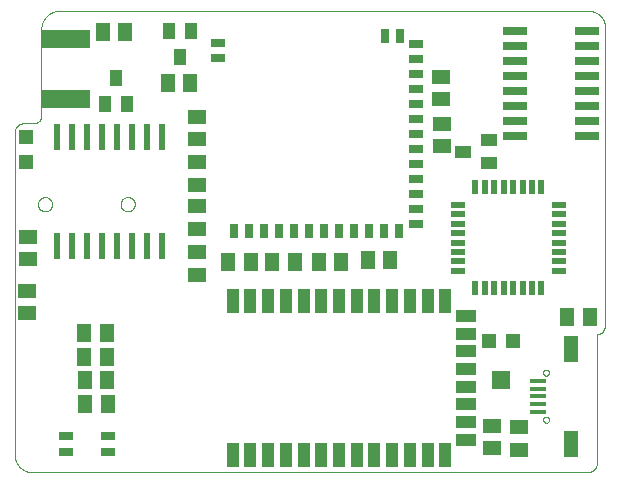
<source format=gbp>
G75*
%MOIN*%
%OFA0B0*%
%FSLAX25Y25*%
%IPPOS*%
%LPD*%
%AMOC8*
5,1,8,0,0,1.08239X$1,22.5*
%
%ADD10C,0.00000*%
%ADD11R,0.04724X0.02756*%
%ADD12R,0.16000X0.06000*%
%ADD13R,0.08000X0.02600*%
%ADD14R,0.05906X0.05118*%
%ADD15R,0.05118X0.05906*%
%ADD16R,0.02200X0.05000*%
%ADD17R,0.05000X0.02200*%
%ADD18R,0.05512X0.03937*%
%ADD19R,0.03937X0.05512*%
%ADD20R,0.05906X0.06299*%
%ADD21R,0.04724X0.04724*%
%ADD22R,0.05512X0.01575*%
%ADD23R,0.05000X0.08661*%
%ADD24R,0.02362X0.08661*%
%ADD25R,0.05000X0.02500*%
%ADD26R,0.03937X0.07874*%
%ADD27R,0.07087X0.03937*%
%ADD28R,0.02500X0.05000*%
D10*
X0011565Y0006895D02*
X0011565Y0114484D01*
X0011567Y0114588D01*
X0011573Y0114692D01*
X0011582Y0114796D01*
X0011595Y0114900D01*
X0011612Y0115002D01*
X0011633Y0115105D01*
X0011658Y0115206D01*
X0011686Y0115306D01*
X0011718Y0115406D01*
X0011753Y0115504D01*
X0011792Y0115600D01*
X0011835Y0115695D01*
X0011881Y0115789D01*
X0011930Y0115881D01*
X0011983Y0115971D01*
X0012039Y0116059D01*
X0012098Y0116145D01*
X0012160Y0116228D01*
X0012225Y0116310D01*
X0012293Y0116389D01*
X0012364Y0116465D01*
X0012438Y0116539D01*
X0012514Y0116610D01*
X0012593Y0116678D01*
X0012675Y0116743D01*
X0012758Y0116805D01*
X0012844Y0116864D01*
X0012932Y0116920D01*
X0013022Y0116973D01*
X0013114Y0117022D01*
X0013208Y0117068D01*
X0013303Y0117111D01*
X0013399Y0117150D01*
X0013497Y0117185D01*
X0013597Y0117217D01*
X0013697Y0117245D01*
X0013798Y0117270D01*
X0013901Y0117291D01*
X0014003Y0117308D01*
X0014107Y0117321D01*
X0014211Y0117330D01*
X0014315Y0117336D01*
X0014419Y0117338D01*
X0014419Y0117339D02*
X0017769Y0117339D01*
X0017871Y0117341D01*
X0017972Y0117347D01*
X0018073Y0117357D01*
X0018174Y0117370D01*
X0018274Y0117388D01*
X0018374Y0117409D01*
X0018472Y0117434D01*
X0018570Y0117463D01*
X0018666Y0117495D01*
X0018761Y0117531D01*
X0018855Y0117571D01*
X0018947Y0117615D01*
X0019037Y0117661D01*
X0019125Y0117712D01*
X0019212Y0117765D01*
X0019296Y0117822D01*
X0019378Y0117882D01*
X0019458Y0117945D01*
X0019535Y0118012D01*
X0019609Y0118081D01*
X0019681Y0118153D01*
X0019750Y0118227D01*
X0019817Y0118304D01*
X0019880Y0118384D01*
X0019940Y0118466D01*
X0019997Y0118550D01*
X0020050Y0118637D01*
X0020101Y0118725D01*
X0020147Y0118815D01*
X0020191Y0118907D01*
X0020231Y0119001D01*
X0020267Y0119096D01*
X0020299Y0119192D01*
X0020328Y0119290D01*
X0020353Y0119388D01*
X0020374Y0119488D01*
X0020392Y0119588D01*
X0020405Y0119689D01*
X0020415Y0119790D01*
X0020421Y0119891D01*
X0020423Y0119993D01*
X0020423Y0148826D01*
X0020424Y0148826D02*
X0020426Y0148979D01*
X0020432Y0149132D01*
X0020441Y0149284D01*
X0020455Y0149436D01*
X0020472Y0149588D01*
X0020494Y0149739D01*
X0020519Y0149890D01*
X0020547Y0150040D01*
X0020580Y0150190D01*
X0020617Y0150338D01*
X0020657Y0150485D01*
X0020701Y0150632D01*
X0020748Y0150777D01*
X0020799Y0150921D01*
X0020854Y0151064D01*
X0020913Y0151205D01*
X0020975Y0151344D01*
X0021040Y0151482D01*
X0021109Y0151619D01*
X0021182Y0151753D01*
X0021258Y0151886D01*
X0021337Y0152017D01*
X0021419Y0152145D01*
X0021505Y0152272D01*
X0021594Y0152396D01*
X0021686Y0152518D01*
X0021781Y0152638D01*
X0021879Y0152755D01*
X0021980Y0152870D01*
X0022084Y0152982D01*
X0022191Y0153091D01*
X0022300Y0153198D01*
X0022412Y0153302D01*
X0022527Y0153403D01*
X0022644Y0153501D01*
X0022764Y0153596D01*
X0022886Y0153688D01*
X0023010Y0153777D01*
X0023137Y0153863D01*
X0023265Y0153945D01*
X0023396Y0154024D01*
X0023529Y0154100D01*
X0023663Y0154173D01*
X0023800Y0154242D01*
X0023938Y0154307D01*
X0024077Y0154369D01*
X0024218Y0154428D01*
X0024361Y0154483D01*
X0024505Y0154534D01*
X0024650Y0154581D01*
X0024797Y0154625D01*
X0024944Y0154665D01*
X0025092Y0154702D01*
X0025242Y0154735D01*
X0025392Y0154763D01*
X0025543Y0154788D01*
X0025694Y0154810D01*
X0025846Y0154827D01*
X0025998Y0154841D01*
X0026150Y0154850D01*
X0026303Y0154856D01*
X0026456Y0154858D01*
X0202791Y0154858D01*
X0202791Y0154859D02*
X0202938Y0154857D01*
X0203085Y0154851D01*
X0203232Y0154842D01*
X0203379Y0154828D01*
X0203525Y0154811D01*
X0203671Y0154790D01*
X0203816Y0154765D01*
X0203961Y0154736D01*
X0204104Y0154704D01*
X0204247Y0154667D01*
X0204389Y0154627D01*
X0204529Y0154584D01*
X0204669Y0154536D01*
X0204807Y0154485D01*
X0204944Y0154431D01*
X0205079Y0154373D01*
X0205213Y0154311D01*
X0205345Y0154246D01*
X0205475Y0154177D01*
X0205604Y0154105D01*
X0205730Y0154030D01*
X0205855Y0153952D01*
X0205977Y0153870D01*
X0206097Y0153785D01*
X0206215Y0153697D01*
X0206331Y0153605D01*
X0206444Y0153511D01*
X0206555Y0153414D01*
X0206663Y0153314D01*
X0206768Y0153211D01*
X0206871Y0153106D01*
X0206971Y0152998D01*
X0207068Y0152887D01*
X0207162Y0152774D01*
X0207254Y0152658D01*
X0207342Y0152540D01*
X0207427Y0152420D01*
X0207509Y0152298D01*
X0207587Y0152173D01*
X0207662Y0152047D01*
X0207734Y0151918D01*
X0207803Y0151788D01*
X0207868Y0151656D01*
X0207930Y0151522D01*
X0207988Y0151387D01*
X0208042Y0151250D01*
X0208093Y0151112D01*
X0208141Y0150972D01*
X0208184Y0150832D01*
X0208224Y0150690D01*
X0208261Y0150547D01*
X0208293Y0150404D01*
X0208322Y0150259D01*
X0208347Y0150114D01*
X0208368Y0149968D01*
X0208385Y0149822D01*
X0208399Y0149675D01*
X0208408Y0149528D01*
X0208414Y0149381D01*
X0208416Y0149234D01*
X0208415Y0149234D02*
X0208223Y0049784D01*
X0208224Y0049784D02*
X0208222Y0049681D01*
X0208216Y0049578D01*
X0208206Y0049476D01*
X0208192Y0049374D01*
X0208175Y0049272D01*
X0208153Y0049172D01*
X0208128Y0049072D01*
X0208099Y0048973D01*
X0208066Y0048876D01*
X0208030Y0048779D01*
X0207990Y0048684D01*
X0207947Y0048591D01*
X0207900Y0048499D01*
X0207850Y0048410D01*
X0207796Y0048322D01*
X0207739Y0048236D01*
X0207679Y0048152D01*
X0207616Y0048071D01*
X0207549Y0047992D01*
X0207480Y0047916D01*
X0207408Y0047843D01*
X0207333Y0047772D01*
X0207256Y0047704D01*
X0207176Y0047639D01*
X0207094Y0047577D01*
X0207010Y0047518D01*
X0206923Y0047463D01*
X0206834Y0047410D01*
X0206744Y0047362D01*
X0206651Y0047316D01*
X0206557Y0047274D01*
X0206462Y0047236D01*
X0206365Y0047201D01*
X0206267Y0047170D01*
X0206167Y0047143D01*
X0206067Y0047119D01*
X0205966Y0047099D01*
X0205865Y0047084D01*
X0205762Y0047071D01*
X0205660Y0047063D01*
X0205659Y0047063D02*
X0205659Y0004345D01*
X0205657Y0004231D01*
X0205651Y0004117D01*
X0205641Y0004003D01*
X0205628Y0003890D01*
X0205610Y0003777D01*
X0205589Y0003664D01*
X0205564Y0003553D01*
X0205535Y0003443D01*
X0205502Y0003333D01*
X0205466Y0003225D01*
X0205426Y0003118D01*
X0205382Y0003012D01*
X0205335Y0002908D01*
X0205284Y0002806D01*
X0205230Y0002706D01*
X0205172Y0002607D01*
X0205111Y0002510D01*
X0205047Y0002416D01*
X0204979Y0002324D01*
X0204909Y0002234D01*
X0204835Y0002147D01*
X0204759Y0002062D01*
X0204679Y0001980D01*
X0204597Y0001900D01*
X0204512Y0001824D01*
X0204425Y0001750D01*
X0204335Y0001680D01*
X0204243Y0001612D01*
X0204149Y0001548D01*
X0204052Y0001487D01*
X0203953Y0001429D01*
X0203853Y0001375D01*
X0203751Y0001324D01*
X0203647Y0001277D01*
X0203541Y0001233D01*
X0203434Y0001193D01*
X0203326Y0001157D01*
X0203216Y0001124D01*
X0203106Y0001095D01*
X0202995Y0001070D01*
X0202882Y0001049D01*
X0202769Y0001031D01*
X0202656Y0001018D01*
X0202542Y0001008D01*
X0202428Y0001002D01*
X0202314Y0001000D01*
X0017470Y0001000D01*
X0017319Y0001002D01*
X0017167Y0001008D01*
X0017015Y0001017D01*
X0016864Y0001031D01*
X0016713Y0001048D01*
X0016562Y0001069D01*
X0016413Y0001095D01*
X0016263Y0001124D01*
X0016115Y0001156D01*
X0015968Y0001193D01*
X0015821Y0001234D01*
X0015676Y0001278D01*
X0015532Y0001326D01*
X0015389Y0001377D01*
X0015247Y0001433D01*
X0015107Y0001492D01*
X0014969Y0001554D01*
X0014832Y0001620D01*
X0014697Y0001690D01*
X0014564Y0001763D01*
X0014432Y0001839D01*
X0014303Y0001919D01*
X0014176Y0002002D01*
X0014051Y0002088D01*
X0013928Y0002178D01*
X0013808Y0002270D01*
X0013690Y0002366D01*
X0013574Y0002465D01*
X0013461Y0002566D01*
X0013351Y0002671D01*
X0013244Y0002778D01*
X0013139Y0002888D01*
X0013037Y0003001D01*
X0012938Y0003116D01*
X0012842Y0003234D01*
X0012749Y0003354D01*
X0012659Y0003477D01*
X0012573Y0003602D01*
X0012490Y0003729D01*
X0012410Y0003858D01*
X0012333Y0003989D01*
X0012260Y0004122D01*
X0012190Y0004257D01*
X0012124Y0004394D01*
X0012061Y0004532D01*
X0012002Y0004672D01*
X0011946Y0004814D01*
X0011894Y0004956D01*
X0011846Y0005101D01*
X0011802Y0005246D01*
X0011761Y0005392D01*
X0011724Y0005540D01*
X0011691Y0005688D01*
X0011662Y0005837D01*
X0011636Y0005987D01*
X0011615Y0006137D01*
X0011597Y0006288D01*
X0011583Y0006439D01*
X0011573Y0006591D01*
X0011567Y0006743D01*
X0011565Y0006895D01*
X0019282Y0090409D02*
X0019284Y0090506D01*
X0019290Y0090603D01*
X0019300Y0090699D01*
X0019314Y0090795D01*
X0019332Y0090891D01*
X0019353Y0090985D01*
X0019379Y0091079D01*
X0019408Y0091171D01*
X0019442Y0091262D01*
X0019478Y0091352D01*
X0019519Y0091440D01*
X0019563Y0091526D01*
X0019611Y0091611D01*
X0019662Y0091693D01*
X0019716Y0091774D01*
X0019774Y0091852D01*
X0019835Y0091927D01*
X0019898Y0092000D01*
X0019965Y0092071D01*
X0020035Y0092138D01*
X0020107Y0092203D01*
X0020182Y0092264D01*
X0020260Y0092323D01*
X0020339Y0092378D01*
X0020421Y0092430D01*
X0020505Y0092478D01*
X0020591Y0092523D01*
X0020679Y0092565D01*
X0020768Y0092603D01*
X0020859Y0092637D01*
X0020951Y0092667D01*
X0021044Y0092694D01*
X0021139Y0092716D01*
X0021234Y0092735D01*
X0021330Y0092750D01*
X0021426Y0092761D01*
X0021523Y0092768D01*
X0021620Y0092771D01*
X0021717Y0092770D01*
X0021814Y0092765D01*
X0021910Y0092756D01*
X0022006Y0092743D01*
X0022102Y0092726D01*
X0022197Y0092705D01*
X0022290Y0092681D01*
X0022383Y0092652D01*
X0022475Y0092620D01*
X0022565Y0092584D01*
X0022653Y0092545D01*
X0022740Y0092501D01*
X0022825Y0092455D01*
X0022908Y0092404D01*
X0022989Y0092351D01*
X0023067Y0092294D01*
X0023144Y0092234D01*
X0023217Y0092171D01*
X0023288Y0092105D01*
X0023356Y0092036D01*
X0023422Y0091964D01*
X0023484Y0091890D01*
X0023543Y0091813D01*
X0023599Y0091734D01*
X0023652Y0091652D01*
X0023702Y0091569D01*
X0023747Y0091483D01*
X0023790Y0091396D01*
X0023829Y0091307D01*
X0023864Y0091217D01*
X0023895Y0091125D01*
X0023922Y0091032D01*
X0023946Y0090938D01*
X0023966Y0090843D01*
X0023982Y0090747D01*
X0023994Y0090651D01*
X0024002Y0090554D01*
X0024006Y0090457D01*
X0024006Y0090361D01*
X0024002Y0090264D01*
X0023994Y0090167D01*
X0023982Y0090071D01*
X0023966Y0089975D01*
X0023946Y0089880D01*
X0023922Y0089786D01*
X0023895Y0089693D01*
X0023864Y0089601D01*
X0023829Y0089511D01*
X0023790Y0089422D01*
X0023747Y0089335D01*
X0023702Y0089249D01*
X0023652Y0089166D01*
X0023599Y0089084D01*
X0023543Y0089005D01*
X0023484Y0088928D01*
X0023422Y0088854D01*
X0023356Y0088782D01*
X0023288Y0088713D01*
X0023217Y0088647D01*
X0023144Y0088584D01*
X0023067Y0088524D01*
X0022989Y0088467D01*
X0022908Y0088414D01*
X0022825Y0088363D01*
X0022740Y0088317D01*
X0022653Y0088273D01*
X0022565Y0088234D01*
X0022475Y0088198D01*
X0022383Y0088166D01*
X0022290Y0088137D01*
X0022197Y0088113D01*
X0022102Y0088092D01*
X0022006Y0088075D01*
X0021910Y0088062D01*
X0021814Y0088053D01*
X0021717Y0088048D01*
X0021620Y0088047D01*
X0021523Y0088050D01*
X0021426Y0088057D01*
X0021330Y0088068D01*
X0021234Y0088083D01*
X0021139Y0088102D01*
X0021044Y0088124D01*
X0020951Y0088151D01*
X0020859Y0088181D01*
X0020768Y0088215D01*
X0020679Y0088253D01*
X0020591Y0088295D01*
X0020505Y0088340D01*
X0020421Y0088388D01*
X0020339Y0088440D01*
X0020260Y0088495D01*
X0020182Y0088554D01*
X0020107Y0088615D01*
X0020035Y0088680D01*
X0019965Y0088747D01*
X0019898Y0088818D01*
X0019835Y0088891D01*
X0019774Y0088966D01*
X0019716Y0089044D01*
X0019662Y0089125D01*
X0019611Y0089207D01*
X0019563Y0089292D01*
X0019519Y0089378D01*
X0019478Y0089466D01*
X0019442Y0089556D01*
X0019408Y0089647D01*
X0019379Y0089739D01*
X0019353Y0089833D01*
X0019332Y0089927D01*
X0019314Y0090023D01*
X0019300Y0090119D01*
X0019290Y0090215D01*
X0019284Y0090312D01*
X0019282Y0090409D01*
X0046841Y0090409D02*
X0046843Y0090506D01*
X0046849Y0090603D01*
X0046859Y0090699D01*
X0046873Y0090795D01*
X0046891Y0090891D01*
X0046912Y0090985D01*
X0046938Y0091079D01*
X0046967Y0091171D01*
X0047001Y0091262D01*
X0047037Y0091352D01*
X0047078Y0091440D01*
X0047122Y0091526D01*
X0047170Y0091611D01*
X0047221Y0091693D01*
X0047275Y0091774D01*
X0047333Y0091852D01*
X0047394Y0091927D01*
X0047457Y0092000D01*
X0047524Y0092071D01*
X0047594Y0092138D01*
X0047666Y0092203D01*
X0047741Y0092264D01*
X0047819Y0092323D01*
X0047898Y0092378D01*
X0047980Y0092430D01*
X0048064Y0092478D01*
X0048150Y0092523D01*
X0048238Y0092565D01*
X0048327Y0092603D01*
X0048418Y0092637D01*
X0048510Y0092667D01*
X0048603Y0092694D01*
X0048698Y0092716D01*
X0048793Y0092735D01*
X0048889Y0092750D01*
X0048985Y0092761D01*
X0049082Y0092768D01*
X0049179Y0092771D01*
X0049276Y0092770D01*
X0049373Y0092765D01*
X0049469Y0092756D01*
X0049565Y0092743D01*
X0049661Y0092726D01*
X0049756Y0092705D01*
X0049849Y0092681D01*
X0049942Y0092652D01*
X0050034Y0092620D01*
X0050124Y0092584D01*
X0050212Y0092545D01*
X0050299Y0092501D01*
X0050384Y0092455D01*
X0050467Y0092404D01*
X0050548Y0092351D01*
X0050626Y0092294D01*
X0050703Y0092234D01*
X0050776Y0092171D01*
X0050847Y0092105D01*
X0050915Y0092036D01*
X0050981Y0091964D01*
X0051043Y0091890D01*
X0051102Y0091813D01*
X0051158Y0091734D01*
X0051211Y0091652D01*
X0051261Y0091569D01*
X0051306Y0091483D01*
X0051349Y0091396D01*
X0051388Y0091307D01*
X0051423Y0091217D01*
X0051454Y0091125D01*
X0051481Y0091032D01*
X0051505Y0090938D01*
X0051525Y0090843D01*
X0051541Y0090747D01*
X0051553Y0090651D01*
X0051561Y0090554D01*
X0051565Y0090457D01*
X0051565Y0090361D01*
X0051561Y0090264D01*
X0051553Y0090167D01*
X0051541Y0090071D01*
X0051525Y0089975D01*
X0051505Y0089880D01*
X0051481Y0089786D01*
X0051454Y0089693D01*
X0051423Y0089601D01*
X0051388Y0089511D01*
X0051349Y0089422D01*
X0051306Y0089335D01*
X0051261Y0089249D01*
X0051211Y0089166D01*
X0051158Y0089084D01*
X0051102Y0089005D01*
X0051043Y0088928D01*
X0050981Y0088854D01*
X0050915Y0088782D01*
X0050847Y0088713D01*
X0050776Y0088647D01*
X0050703Y0088584D01*
X0050626Y0088524D01*
X0050548Y0088467D01*
X0050467Y0088414D01*
X0050384Y0088363D01*
X0050299Y0088317D01*
X0050212Y0088273D01*
X0050124Y0088234D01*
X0050034Y0088198D01*
X0049942Y0088166D01*
X0049849Y0088137D01*
X0049756Y0088113D01*
X0049661Y0088092D01*
X0049565Y0088075D01*
X0049469Y0088062D01*
X0049373Y0088053D01*
X0049276Y0088048D01*
X0049179Y0088047D01*
X0049082Y0088050D01*
X0048985Y0088057D01*
X0048889Y0088068D01*
X0048793Y0088083D01*
X0048698Y0088102D01*
X0048603Y0088124D01*
X0048510Y0088151D01*
X0048418Y0088181D01*
X0048327Y0088215D01*
X0048238Y0088253D01*
X0048150Y0088295D01*
X0048064Y0088340D01*
X0047980Y0088388D01*
X0047898Y0088440D01*
X0047819Y0088495D01*
X0047741Y0088554D01*
X0047666Y0088615D01*
X0047594Y0088680D01*
X0047524Y0088747D01*
X0047457Y0088818D01*
X0047394Y0088891D01*
X0047333Y0088966D01*
X0047275Y0089044D01*
X0047221Y0089125D01*
X0047170Y0089207D01*
X0047122Y0089292D01*
X0047078Y0089378D01*
X0047037Y0089466D01*
X0047001Y0089556D01*
X0046967Y0089647D01*
X0046938Y0089739D01*
X0046912Y0089833D01*
X0046891Y0089927D01*
X0046873Y0090023D01*
X0046859Y0090119D01*
X0046849Y0090215D01*
X0046843Y0090312D01*
X0046841Y0090409D01*
X0187668Y0034268D02*
X0187670Y0034330D01*
X0187676Y0034393D01*
X0187686Y0034454D01*
X0187700Y0034515D01*
X0187717Y0034575D01*
X0187738Y0034634D01*
X0187764Y0034691D01*
X0187792Y0034746D01*
X0187824Y0034800D01*
X0187860Y0034851D01*
X0187898Y0034901D01*
X0187940Y0034947D01*
X0187984Y0034991D01*
X0188032Y0035032D01*
X0188081Y0035070D01*
X0188133Y0035104D01*
X0188187Y0035135D01*
X0188243Y0035163D01*
X0188301Y0035187D01*
X0188360Y0035208D01*
X0188420Y0035224D01*
X0188481Y0035237D01*
X0188543Y0035246D01*
X0188605Y0035251D01*
X0188668Y0035252D01*
X0188730Y0035249D01*
X0188792Y0035242D01*
X0188854Y0035231D01*
X0188914Y0035216D01*
X0188974Y0035198D01*
X0189032Y0035176D01*
X0189089Y0035150D01*
X0189144Y0035120D01*
X0189197Y0035087D01*
X0189248Y0035051D01*
X0189296Y0035012D01*
X0189342Y0034969D01*
X0189385Y0034924D01*
X0189425Y0034876D01*
X0189462Y0034826D01*
X0189496Y0034773D01*
X0189527Y0034719D01*
X0189553Y0034663D01*
X0189577Y0034605D01*
X0189596Y0034545D01*
X0189612Y0034485D01*
X0189624Y0034423D01*
X0189632Y0034362D01*
X0189636Y0034299D01*
X0189636Y0034237D01*
X0189632Y0034174D01*
X0189624Y0034113D01*
X0189612Y0034051D01*
X0189596Y0033991D01*
X0189577Y0033931D01*
X0189553Y0033873D01*
X0189527Y0033817D01*
X0189496Y0033763D01*
X0189462Y0033710D01*
X0189425Y0033660D01*
X0189385Y0033612D01*
X0189342Y0033567D01*
X0189296Y0033524D01*
X0189248Y0033485D01*
X0189197Y0033449D01*
X0189144Y0033416D01*
X0189089Y0033386D01*
X0189032Y0033360D01*
X0188974Y0033338D01*
X0188914Y0033320D01*
X0188854Y0033305D01*
X0188792Y0033294D01*
X0188730Y0033287D01*
X0188668Y0033284D01*
X0188605Y0033285D01*
X0188543Y0033290D01*
X0188481Y0033299D01*
X0188420Y0033312D01*
X0188360Y0033328D01*
X0188301Y0033349D01*
X0188243Y0033373D01*
X0188187Y0033401D01*
X0188133Y0033432D01*
X0188081Y0033466D01*
X0188032Y0033504D01*
X0187984Y0033545D01*
X0187940Y0033589D01*
X0187898Y0033635D01*
X0187860Y0033685D01*
X0187824Y0033736D01*
X0187792Y0033790D01*
X0187764Y0033845D01*
X0187738Y0033902D01*
X0187717Y0033961D01*
X0187700Y0034021D01*
X0187686Y0034082D01*
X0187676Y0034143D01*
X0187670Y0034206D01*
X0187668Y0034268D01*
X0187668Y0018520D02*
X0187670Y0018582D01*
X0187676Y0018645D01*
X0187686Y0018706D01*
X0187700Y0018767D01*
X0187717Y0018827D01*
X0187738Y0018886D01*
X0187764Y0018943D01*
X0187792Y0018998D01*
X0187824Y0019052D01*
X0187860Y0019103D01*
X0187898Y0019153D01*
X0187940Y0019199D01*
X0187984Y0019243D01*
X0188032Y0019284D01*
X0188081Y0019322D01*
X0188133Y0019356D01*
X0188187Y0019387D01*
X0188243Y0019415D01*
X0188301Y0019439D01*
X0188360Y0019460D01*
X0188420Y0019476D01*
X0188481Y0019489D01*
X0188543Y0019498D01*
X0188605Y0019503D01*
X0188668Y0019504D01*
X0188730Y0019501D01*
X0188792Y0019494D01*
X0188854Y0019483D01*
X0188914Y0019468D01*
X0188974Y0019450D01*
X0189032Y0019428D01*
X0189089Y0019402D01*
X0189144Y0019372D01*
X0189197Y0019339D01*
X0189248Y0019303D01*
X0189296Y0019264D01*
X0189342Y0019221D01*
X0189385Y0019176D01*
X0189425Y0019128D01*
X0189462Y0019078D01*
X0189496Y0019025D01*
X0189527Y0018971D01*
X0189553Y0018915D01*
X0189577Y0018857D01*
X0189596Y0018797D01*
X0189612Y0018737D01*
X0189624Y0018675D01*
X0189632Y0018614D01*
X0189636Y0018551D01*
X0189636Y0018489D01*
X0189632Y0018426D01*
X0189624Y0018365D01*
X0189612Y0018303D01*
X0189596Y0018243D01*
X0189577Y0018183D01*
X0189553Y0018125D01*
X0189527Y0018069D01*
X0189496Y0018015D01*
X0189462Y0017962D01*
X0189425Y0017912D01*
X0189385Y0017864D01*
X0189342Y0017819D01*
X0189296Y0017776D01*
X0189248Y0017737D01*
X0189197Y0017701D01*
X0189144Y0017668D01*
X0189089Y0017638D01*
X0189032Y0017612D01*
X0188974Y0017590D01*
X0188914Y0017572D01*
X0188854Y0017557D01*
X0188792Y0017546D01*
X0188730Y0017539D01*
X0188668Y0017536D01*
X0188605Y0017537D01*
X0188543Y0017542D01*
X0188481Y0017551D01*
X0188420Y0017564D01*
X0188360Y0017580D01*
X0188301Y0017601D01*
X0188243Y0017625D01*
X0188187Y0017653D01*
X0188133Y0017684D01*
X0188081Y0017718D01*
X0188032Y0017756D01*
X0187984Y0017797D01*
X0187940Y0017841D01*
X0187898Y0017887D01*
X0187860Y0017937D01*
X0187824Y0017988D01*
X0187792Y0018042D01*
X0187764Y0018097D01*
X0187738Y0018154D01*
X0187717Y0018213D01*
X0187700Y0018273D01*
X0187686Y0018334D01*
X0187676Y0018395D01*
X0187670Y0018458D01*
X0187668Y0018520D01*
D11*
X0042746Y0013283D03*
X0042746Y0007772D03*
X0028573Y0007772D03*
X0028573Y0013283D03*
D12*
X0028691Y0125409D03*
X0028691Y0145409D03*
D13*
X0178244Y0143067D03*
X0178244Y0138067D03*
X0178244Y0133067D03*
X0178244Y0128067D03*
X0178244Y0123067D03*
X0178244Y0118067D03*
X0178244Y0113067D03*
X0202444Y0113067D03*
X0202444Y0118067D03*
X0202444Y0123067D03*
X0202444Y0128067D03*
X0202444Y0133067D03*
X0202444Y0138067D03*
X0202444Y0143067D03*
X0202444Y0148067D03*
X0178244Y0148067D03*
D14*
X0153691Y0132890D03*
X0153691Y0125409D03*
X0153927Y0117142D03*
X0153927Y0109661D03*
X0072274Y0112063D03*
X0072234Y0104425D03*
X0072234Y0096945D03*
X0072195Y0089740D03*
X0072195Y0082260D03*
X0072431Y0074425D03*
X0072431Y0066945D03*
X0015935Y0072024D03*
X0015935Y0079504D03*
X0015778Y0061630D03*
X0015778Y0054150D03*
X0072274Y0119543D03*
X0170620Y0016512D03*
X0179675Y0016079D03*
X0179675Y0008598D03*
X0170620Y0009031D03*
D15*
X0195699Y0052969D03*
X0203179Y0052969D03*
X0136644Y0071669D03*
X0129163Y0071669D03*
X0120305Y0071118D03*
X0112825Y0071118D03*
X0104833Y0071197D03*
X0097352Y0071197D03*
X0090187Y0071000D03*
X0082707Y0071000D03*
X0042156Y0047457D03*
X0034675Y0047457D03*
X0034754Y0039465D03*
X0042234Y0039465D03*
X0042313Y0031709D03*
X0034833Y0031709D03*
X0035030Y0023717D03*
X0042510Y0023717D03*
X0062589Y0130882D03*
X0070069Y0130882D03*
X0048455Y0147732D03*
X0040974Y0147732D03*
D16*
X0165080Y0096124D03*
X0168230Y0096124D03*
X0171380Y0096124D03*
X0174529Y0096124D03*
X0177679Y0096124D03*
X0180828Y0096124D03*
X0183978Y0096124D03*
X0187128Y0096124D03*
X0187128Y0062324D03*
X0183978Y0062324D03*
X0180828Y0062324D03*
X0177679Y0062324D03*
X0174529Y0062324D03*
X0171380Y0062324D03*
X0168230Y0062324D03*
X0165080Y0062324D03*
D17*
X0159204Y0068200D03*
X0159204Y0071350D03*
X0159204Y0074499D03*
X0159204Y0077649D03*
X0159204Y0080798D03*
X0159204Y0083948D03*
X0159204Y0087098D03*
X0159204Y0090247D03*
X0193004Y0090247D03*
X0193004Y0087098D03*
X0193004Y0083948D03*
X0193004Y0080798D03*
X0193004Y0077649D03*
X0193004Y0074499D03*
X0193004Y0071350D03*
X0193004Y0068200D03*
D18*
X0169596Y0104228D03*
X0160935Y0107969D03*
X0169596Y0111709D03*
D19*
X0070423Y0148047D03*
X0062943Y0148047D03*
X0066683Y0139386D03*
X0045344Y0132614D03*
X0041604Y0123953D03*
X0049085Y0123953D03*
D20*
X0173691Y0031709D03*
D21*
X0177628Y0044799D03*
X0169754Y0044799D03*
X0015148Y0104622D03*
X0015148Y0112890D03*
D22*
X0185896Y0031512D03*
X0185896Y0028953D03*
X0185896Y0026394D03*
X0185896Y0023835D03*
X0185896Y0021276D03*
D23*
X0197116Y0010646D03*
X0197116Y0042142D03*
D24*
X0060640Y0076551D03*
X0055640Y0076551D03*
X0050640Y0076551D03*
X0045640Y0076551D03*
X0040640Y0076551D03*
X0035640Y0076551D03*
X0030640Y0076551D03*
X0025640Y0076551D03*
X0025640Y0112772D03*
X0030640Y0112772D03*
X0035640Y0112772D03*
X0040640Y0112772D03*
X0045640Y0112772D03*
X0050640Y0112772D03*
X0055640Y0112772D03*
X0060640Y0112772D03*
D25*
X0079305Y0139228D03*
X0079305Y0144228D03*
X0145305Y0143677D03*
X0145305Y0138677D03*
X0145305Y0133677D03*
X0145305Y0128677D03*
X0145305Y0123677D03*
X0145305Y0118677D03*
X0145305Y0113677D03*
X0145305Y0108677D03*
X0145305Y0103677D03*
X0145305Y0098677D03*
X0145305Y0093677D03*
X0145305Y0088677D03*
X0145305Y0083677D03*
D26*
X0143258Y0058126D03*
X0137352Y0058126D03*
X0131447Y0058126D03*
X0125541Y0058126D03*
X0119636Y0058126D03*
X0113730Y0058126D03*
X0107825Y0058126D03*
X0101919Y0058126D03*
X0096014Y0058126D03*
X0090108Y0058126D03*
X0084203Y0058126D03*
X0149163Y0058126D03*
X0155069Y0058126D03*
X0155069Y0006945D03*
X0149163Y0006945D03*
X0143258Y0006945D03*
X0137352Y0006945D03*
X0131447Y0006945D03*
X0125541Y0006945D03*
X0119636Y0006945D03*
X0113730Y0006945D03*
X0107825Y0006945D03*
X0101919Y0006945D03*
X0096014Y0006945D03*
X0090108Y0006945D03*
X0084203Y0006945D03*
D27*
X0161959Y0011866D03*
X0161959Y0017772D03*
X0161959Y0023677D03*
X0161959Y0029583D03*
X0161959Y0035488D03*
X0161959Y0041394D03*
X0161959Y0047299D03*
X0161959Y0053205D03*
D28*
X0139557Y0081591D03*
X0134557Y0081591D03*
X0129557Y0081591D03*
X0124557Y0081591D03*
X0119557Y0081591D03*
X0114557Y0081591D03*
X0109557Y0081591D03*
X0104557Y0081591D03*
X0099557Y0081591D03*
X0094557Y0081591D03*
X0089557Y0081591D03*
X0084557Y0081591D03*
X0135108Y0146591D03*
X0140108Y0146591D03*
M02*

</source>
